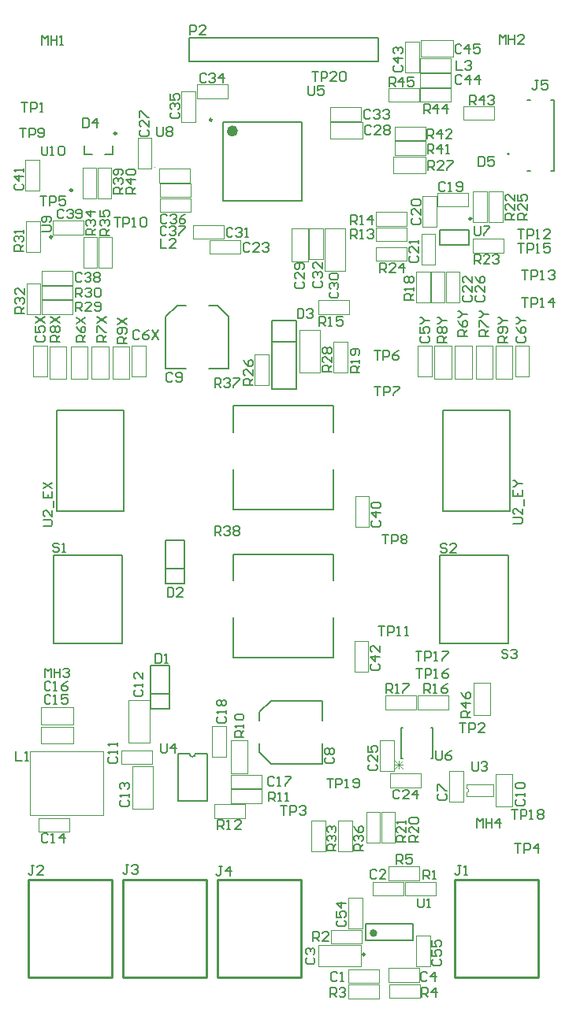
<source format=gto>
G04*
G04 #@! TF.GenerationSoftware,Altium Limited,CircuitStudio,1.5.1 (13)*
G04*
G04 Layer_Color=15065295*
%FSLAX44Y44*%
%MOMM*%
G71*
G01*
G75*
%ADD40C,0.2540*%
%ADD84C,0.2000*%
%ADD85C,0.2500*%
%ADD86C,0.6000*%
%ADD87C,0.1000*%
%ADD88C,0.4000*%
%ADD89C,0.0500*%
%ADD90C,0.1524*%
%ADD91C,0.1270*%
%ADD92C,0.0500*%
%ADD93C,0.1999*%
%ADD94C,0.1702*%
%ADD95C,0.1700*%
%ADD96C,0.1700*%
%ADD97C,0.0762*%
D40*
X480780Y396296D02*
X570780D01*
X480780Y291296D02*
Y396296D01*
X480780Y291296D02*
X570780D01*
Y396296D01*
X469180Y291296D02*
Y396296D01*
X379180Y291296D02*
X469180D01*
X379180D02*
Y396296D01*
X469180D01*
X277580D02*
X367580D01*
X277580Y291296D02*
Y396296D01*
X277580Y291296D02*
X367580D01*
Y396296D01*
X825420Y291296D02*
Y396296D01*
X735420Y291296D02*
X825420D01*
X735420D02*
Y396296D01*
X825420D01*
D84*
X794040Y1176340D02*
G03*
X794040Y1176340I-1000J0D01*
G01*
X450535Y531540D02*
G03*
X456885Y531540I3175J0D01*
G01*
X378500Y649996D02*
Y744996D01*
X304500Y649996D02*
X378500D01*
X304500D02*
Y744996D01*
X378500D01*
X719500D02*
X793500D01*
X719500Y649996D02*
Y744996D01*
Y649996D02*
X793500D01*
Y744996D01*
X367806Y1176132D02*
Y1185132D01*
X359806Y1176132D02*
X367806D01*
X337806D02*
Y1185132D01*
Y1176132D02*
X345806D01*
X308000Y792350D02*
X380000D01*
Y900650D01*
X308000D02*
X380000D01*
X308000Y792350D02*
Y900650D01*
X723000Y792350D02*
Y900650D01*
X795000D01*
Y792350D02*
Y900650D01*
X723000Y792350D02*
X795000D01*
X449900Y1301750D02*
X653100D01*
X449900Y1276350D02*
Y1301750D01*
Y1276350D02*
X653100D01*
Y1301750D01*
X719830Y1094358D02*
X750830D01*
X719830Y1078358D02*
X750830D01*
Y1094358D01*
X719830Y1078358D02*
Y1094358D01*
X486582Y1126154D02*
Y1211154D01*
X571582Y1126154D02*
Y1211154D01*
X486582D02*
X571582D01*
X486582Y1126154D02*
X571582D01*
X538802Y974852D02*
X565073Y974735D01*
X565472Y924052D02*
Y997712D01*
X538802Y924052D02*
X565472D01*
X538802D02*
Y997712D01*
X565472D01*
X690226Y330852D02*
Y348852D01*
X640226Y330852D02*
Y348852D01*
X690226D01*
X640226Y330852D02*
X690226D01*
X525562Y566986D02*
Y576361D01*
X537937Y588736D01*
X525562Y533111D02*
X537937Y520736D01*
X525562Y533111D02*
Y542486D01*
X537937Y588736D02*
X593562D01*
Y566986D02*
Y588736D01*
Y520736D02*
Y542486D01*
X537937Y520736D02*
X593562D01*
X424724Y945678D02*
Y1001303D01*
Y945678D02*
X446474D01*
X470974D02*
X492724D01*
Y1001303D01*
X437099Y1013678D02*
X446474D01*
X424724Y1001303D02*
X437099Y1013678D01*
X480349D02*
X492724Y1001303D01*
X470974Y1013678D02*
X480349D01*
X469410Y480740D02*
Y531540D01*
X456885D02*
X469410D01*
X437960D02*
X450535D01*
X437960Y480740D02*
X469410D01*
X437960D02*
Y531540D01*
D85*
X324666Y1137438D02*
G03*
X324666Y1137438I-1250J0D01*
G01*
X372056Y1198632D02*
G03*
X372056Y1198632I-1250J0D01*
G01*
X303182Y1087348D02*
G03*
X303182Y1087348I-1250J0D01*
G01*
X753580Y1106858D02*
G03*
X753580Y1106858I-1250J0D01*
G01*
X474832Y1213154D02*
G03*
X474832Y1213154I-1250J0D01*
G01*
X638926Y315852D02*
G03*
X638926Y315852I-1250J0D01*
G01*
D86*
X499582Y1201154D02*
G03*
X499582Y1201154I-3000J0D01*
G01*
D87*
X413090Y1162544D02*
G03*
X413590Y1162044I0J-500D01*
G01*
X773540Y572796D02*
Y607796D01*
X755540D02*
X773540D01*
X755540Y572796D02*
Y607796D01*
Y572796D02*
X773540D01*
X698750Y1299000D02*
X733750D01*
X698750Y1281000D02*
Y1299000D01*
Y1281000D02*
X733750D01*
Y1299000D01*
X779416Y935088D02*
Y970088D01*
Y935088D02*
X797416D01*
Y970088D01*
X779416D02*
X797416D01*
X568378Y987438D02*
X590878D01*
Y941438D02*
Y987438D01*
X568378Y941438D02*
X590878D01*
X568378D02*
Y987438D01*
X595556Y1050404D02*
X618056D01*
X595556D02*
Y1096404D01*
X618056D01*
Y1050404D02*
Y1096404D01*
X735916Y935088D02*
Y970088D01*
Y935088D02*
X753916D01*
Y970088D01*
X735916D02*
X753916D01*
X713869Y935088D02*
Y970088D01*
Y935088D02*
X731869D01*
Y970088D01*
X713869D02*
X731869D01*
X325602Y542688D02*
Y560688D01*
X290602Y542688D02*
X325602D01*
X290602D02*
Y560688D01*
X325602D01*
Y563262D02*
Y581262D01*
X290602Y563262D02*
X325602D01*
X290602D02*
Y581262D01*
X325602D01*
X322963Y969834D02*
X340963D01*
Y934834D02*
Y969834D01*
X322963Y934834D02*
X340963D01*
X322963D02*
Y969834D01*
X345417Y934834D02*
X363417D01*
X345417D02*
Y969834D01*
X363417D01*
Y934834D02*
Y969834D01*
X757963Y935088D02*
X775963D01*
X757963D02*
Y970088D01*
X775963D01*
Y935088D02*
Y970088D01*
X300509Y969834D02*
X318509D01*
Y934834D02*
Y969834D01*
X300509Y934834D02*
X318509D01*
X300509D02*
Y969834D01*
X367870D02*
X385870D01*
Y934834D02*
Y969834D01*
X367870Y934834D02*
X385870D01*
X367870D02*
Y969834D01*
X495190Y510820D02*
X513190D01*
X495190D02*
Y545820D01*
X513190D01*
Y510820D02*
Y545820D01*
X407490Y543674D02*
Y589674D01*
X384990D02*
X407490D01*
X384990Y543674D02*
Y589674D01*
Y543674D02*
X407490D01*
X411554Y472554D02*
Y518554D01*
X389054D02*
X411554D01*
X389054Y472554D02*
Y518554D01*
Y472554D02*
X411554D01*
X779416Y475006D02*
Y510006D01*
Y475006D02*
X797416D01*
Y510006D01*
X779416D02*
X797416D01*
X589140Y303456D02*
Y325956D01*
X635140D01*
Y303456D02*
Y325956D01*
X589140Y303456D02*
X635140D01*
X601752Y1192674D02*
X636752D01*
Y1210674D01*
X601752D02*
X636752D01*
X601752Y1192674D02*
Y1210674D01*
X559960Y1061238D02*
Y1096238D01*
Y1061238D02*
X577960D01*
Y1096238D01*
X559960D02*
X577960D01*
X669570Y1155336D02*
X704570D01*
Y1173336D01*
X669570D02*
X704570D01*
X669570Y1155336D02*
Y1173336D01*
D88*
X650226Y338852D02*
G03*
X650226Y338852I-2000J0D01*
G01*
D89*
X748106Y489669D02*
G03*
X748106Y494419I0J2375D01*
G01*
X671576Y1175124D02*
X704596D01*
Y1190124D01*
X671576D02*
X704596D01*
X671576Y1175124D02*
Y1190124D01*
Y1190872D02*
X704596D01*
Y1205872D01*
X671576D02*
X704596D01*
X671576Y1190872D02*
Y1205872D01*
X744982Y1227970D02*
X778002D01*
X744982Y1212970D02*
Y1227970D01*
Y1212970D02*
X778002D01*
Y1227970D01*
X698518Y1232512D02*
X731538D01*
Y1247512D01*
X698518D02*
X731538D01*
X698518Y1232512D02*
Y1247512D01*
Y1279262D02*
X731538D01*
X698518Y1264262D02*
Y1279262D01*
Y1264262D02*
X731538D01*
Y1279262D01*
X664228Y1232512D02*
X697248D01*
Y1247512D01*
X664228D02*
X697248D01*
X664228Y1232512D02*
Y1247512D01*
X697500Y1264240D02*
Y1297260D01*
X682500D02*
X697500D01*
X682500Y1264240D02*
Y1297260D01*
Y1264240D02*
X697500D01*
X581272Y459604D02*
X596272D01*
Y426584D02*
Y459604D01*
X581272Y426584D02*
X596272D01*
X581272D02*
Y459604D01*
X610482D02*
X625482D01*
Y426584D02*
Y459604D01*
X610482Y426584D02*
X625482D01*
X610482D02*
Y459604D01*
X351656Y1128522D02*
X366656D01*
X351656D02*
Y1161542D01*
X366656D01*
Y1128522D02*
Y1161542D01*
X335654Y1128522D02*
X350654D01*
X335654D02*
Y1161542D01*
X350654D01*
Y1128522D02*
Y1161542D01*
X274440Y1137158D02*
X289440D01*
X274440D02*
Y1170178D01*
X289440D01*
Y1137158D02*
Y1170178D01*
X291592Y1004182D02*
Y1019182D01*
X324612D01*
Y1004182D02*
Y1019182D01*
X291592Y1004182D02*
X324612D01*
Y1019930D02*
Y1034930D01*
X291592Y1019930D02*
X324612D01*
X291592D02*
Y1034930D01*
X324612D01*
X291592Y1035678D02*
Y1050678D01*
X324612D01*
Y1035678D02*
Y1050678D01*
X291592Y1035678D02*
X324612D01*
X274948Y1071372D02*
X289948D01*
X274948D02*
Y1104392D01*
X289948D01*
Y1071372D02*
Y1104392D01*
X275456Y1004062D02*
X290456D01*
X275456D02*
Y1037082D01*
X290456D01*
Y1004062D02*
Y1037082D01*
X352418Y1053846D02*
X367418D01*
X352418D02*
Y1086866D01*
X367418D01*
Y1053846D02*
Y1086866D01*
X336416Y1053846D02*
X351416D01*
X336416D02*
Y1086866D01*
X351416D01*
Y1053846D02*
Y1086866D01*
X336804Y1090034D02*
Y1105034D01*
X303784Y1090034D02*
X336804D01*
X303784D02*
Y1105034D01*
X336804D01*
X627754Y652780D02*
X642754D01*
Y619760D02*
Y652780D01*
X627754Y619760D02*
X642754D01*
X627754D02*
Y652780D01*
X628516Y808736D02*
X643516D01*
Y775716D02*
Y808736D01*
X628516Y775716D02*
X643516D01*
X628516D02*
Y808736D01*
X282568Y970084D02*
X297568D01*
Y937064D02*
Y970084D01*
X282568Y937064D02*
X297568D01*
X282568D02*
Y970084D01*
X800474Y970280D02*
X815474D01*
Y937260D02*
Y970280D01*
X800474Y937260D02*
X815474D01*
X800474D02*
Y970280D01*
X696080D02*
X711080D01*
Y937260D02*
Y970280D01*
X696080Y937260D02*
X711080D01*
X696080D02*
Y970280D01*
X388740Y970084D02*
X403740D01*
Y937064D02*
Y970084D01*
X388740Y937064D02*
X403740D01*
X388740D02*
Y970084D01*
X650494Y1098924D02*
Y1113924D01*
X683514D01*
Y1098924D02*
Y1113924D01*
X650494Y1098924D02*
X683514D01*
X771772Y1136650D02*
X786772D01*
Y1103630D02*
Y1136650D01*
X771772Y1103630D02*
X786772D01*
X771772D02*
Y1136650D01*
X650494Y1061332D02*
Y1076332D01*
X683514D01*
Y1061332D02*
Y1076332D01*
X650494Y1061332D02*
X683514D01*
X788416Y1070476D02*
Y1085476D01*
X755396Y1070476D02*
X788416D01*
X755396D02*
Y1085476D01*
X788416D01*
X755008Y1136650D02*
X770008D01*
Y1103630D02*
Y1136650D01*
X755008Y1103630D02*
X770008D01*
X755008D02*
Y1136650D01*
X695452Y578986D02*
Y593986D01*
X728472D01*
Y578986D02*
Y593986D01*
X695452Y578986D02*
X728472D01*
X694182Y578986D02*
Y593986D01*
X661162Y578986D02*
X694182D01*
X661162D02*
Y593986D01*
X694182D01*
X520566Y960628D02*
X535566D01*
Y927608D02*
Y960628D01*
X520566Y927608D02*
X535566D01*
X520566D02*
Y960628D01*
X731538Y1248260D02*
Y1263260D01*
X698518Y1248260D02*
X731538D01*
X698518D02*
Y1263260D01*
X731538D01*
X442080Y1210564D02*
X457080D01*
X442080D02*
Y1243584D01*
X457080D01*
Y1210564D02*
Y1243584D01*
X451612Y1129912D02*
Y1144912D01*
X418592Y1129912D02*
X451612D01*
X418592D02*
Y1144912D01*
X451612D01*
X451358Y1145914D02*
Y1160914D01*
X418338Y1145914D02*
X451358D01*
X418338D02*
Y1160914D01*
X451358D01*
X487426Y1085208D02*
Y1100208D01*
X454406Y1085208D02*
X487426D01*
X454406D02*
Y1100208D01*
X487426D01*
X579240Y1096264D02*
X594240D01*
Y1063244D02*
Y1096264D01*
X579240Y1063244D02*
X594240D01*
X579240D02*
Y1096264D01*
X601472Y1211954D02*
Y1226954D01*
X634492D01*
Y1211954D02*
Y1226954D01*
X601472Y1211954D02*
X634492D01*
X491744Y1236338D02*
Y1251338D01*
X458724Y1236338D02*
X491744D01*
X458724D02*
Y1251338D01*
X491744D01*
X650494Y1082668D02*
Y1097668D01*
X683514D01*
Y1082668D02*
Y1097668D01*
X650494Y1082668D02*
X683514D01*
X377190Y535312D02*
X410210D01*
X377190Y520312D02*
Y535312D01*
Y520312D02*
X410210D01*
Y535312D01*
X288544Y462668D02*
X321564D01*
X288544Y447668D02*
Y462668D01*
Y447668D02*
X321564D01*
Y462668D01*
X495300Y494150D02*
X528320D01*
Y509150D01*
X495300D02*
X528320D01*
X495300Y494150D02*
Y509150D01*
X490100Y528320D02*
Y561340D01*
X475100D02*
X490100D01*
X475100Y528320D02*
Y561340D01*
Y528320D02*
X490100D01*
X495300Y478402D02*
X528320D01*
Y493402D01*
X495300D02*
X528320D01*
X495300Y478402D02*
Y493402D01*
X477266Y462400D02*
X510286D01*
Y477400D01*
X477266D02*
X510286D01*
X477266Y462400D02*
Y477400D01*
X725798Y1049782D02*
X740798D01*
Y1016762D02*
Y1049782D01*
X725798Y1016762D02*
X740798D01*
X725798D02*
Y1049782D01*
X394836Y1193800D02*
X409836D01*
Y1160780D02*
Y1193800D01*
X394836Y1160780D02*
X409836D01*
X394836D02*
Y1193800D01*
X750316Y1119752D02*
Y1134752D01*
X717296Y1119752D02*
X750316D01*
X717296D02*
Y1134752D01*
X750316D01*
X700652Y1131316D02*
X715652D01*
Y1098296D02*
Y1131316D01*
X700652Y1098296D02*
X715652D01*
X700652D02*
Y1131316D01*
X699636Y1090930D02*
X714636D01*
Y1057910D02*
Y1090930D01*
X699636Y1057910D02*
X714636D01*
X699636D02*
Y1090930D01*
X709796Y1016762D02*
X724796D01*
X709796D02*
Y1049782D01*
X724796D01*
Y1016762D02*
Y1049782D01*
X472440Y1068952D02*
Y1083952D01*
X505460D01*
Y1068952D02*
Y1083952D01*
X472440Y1068952D02*
X505460D01*
X729862Y513080D02*
X744862D01*
Y480060D02*
Y513080D01*
X729862Y480060D02*
X744862D01*
X729862D02*
Y513080D01*
X680720Y379088D02*
Y394088D01*
X647700Y379088D02*
X680720D01*
X647700D02*
Y394088D01*
X680720D01*
X602488Y327272D02*
Y342272D01*
X635508D01*
Y327272D02*
Y342272D01*
X602488Y327272D02*
X635508D01*
X682498Y379088D02*
Y394088D01*
X715518D01*
Y379088D02*
Y394088D01*
X682498Y379088D02*
X715518D01*
X654050Y285108D02*
Y300108D01*
X621030Y285108D02*
X654050D01*
X621030D02*
Y300108D01*
X654050D01*
X664972Y268852D02*
Y283852D01*
X697992D01*
Y268852D02*
Y283852D01*
X664972Y268852D02*
X697992D01*
X664718Y286124D02*
Y301124D01*
X697738D01*
Y286124D02*
Y301124D01*
X664718Y286124D02*
X697738D01*
X664718Y395344D02*
Y410344D01*
X697738D01*
Y395344D02*
Y410344D01*
X664718Y395344D02*
X697738D01*
X621030Y268598D02*
Y283598D01*
X654050D01*
Y268598D02*
Y283598D01*
X621030Y268598D02*
X654050D01*
X640454Y468884D02*
X655454D01*
Y435864D02*
Y468884D01*
X640454Y435864D02*
X655454D01*
X640454D02*
Y468884D01*
X656456D02*
X671456D01*
Y435864D02*
Y468884D01*
X656456Y435864D02*
X671456D01*
X656456D02*
Y468884D01*
X589026Y1004182D02*
Y1019182D01*
X622046D01*
Y1004182D02*
Y1019182D01*
X589026Y1004182D02*
X622046D01*
X694048Y1016762D02*
X709048D01*
X694048D02*
Y1049782D01*
X709048D01*
Y1016762D02*
Y1049782D01*
X605402Y941188D02*
X620402D01*
X605402D02*
Y974208D01*
X620402D01*
Y941188D02*
Y974208D01*
X621404Y344170D02*
Y377190D01*
Y344170D02*
X636404D01*
Y377190D01*
X621404D02*
X636404D01*
X709302Y302768D02*
Y335788D01*
X694302D02*
X709302D01*
X694302Y302768D02*
Y335788D01*
Y302768D02*
X709302D01*
X418846Y1128910D02*
X451866D01*
X418846Y1113910D02*
Y1128910D01*
Y1113910D02*
X451866D01*
Y1128910D01*
X654932Y513080D02*
X669932D01*
X654932D02*
Y546100D01*
X669932D01*
Y513080D02*
Y546100D01*
X699516Y495420D02*
Y510420D01*
X666496Y495420D02*
X699516D01*
X666496D02*
Y510420D01*
X699516D01*
X748106Y485794D02*
X776606D01*
Y498294D01*
X748106D02*
X776606D01*
X748106Y494419D02*
Y498294D01*
Y485794D02*
Y489669D01*
D90*
X678180Y526288D02*
X679707D01*
X678180D02*
Y559816D01*
X710180D02*
X711708D01*
Y526288D02*
Y559816D01*
X710180Y526288D02*
X711708D01*
X678180Y559816D02*
X679707D01*
D91*
X429100Y579744D02*
Y626244D01*
X409100Y579744D02*
X429100D01*
X409100D02*
Y626244D01*
X429100D01*
X409100Y595744D02*
X429100D01*
X425102Y730618D02*
X445102D01*
X425102Y761118D02*
X445102D01*
X425102Y714618D02*
Y761118D01*
Y714618D02*
X445102D01*
Y761118D01*
X842540Y1158340D02*
Y1234340D01*
X813040Y1158340D02*
X817040D01*
X813040Y1234340D02*
X817040D01*
X839040Y1158340D02*
X842040D01*
X839040Y1234340D02*
X842040D01*
D92*
X279517Y533872D02*
X357515D01*
Y465871D02*
Y533872D01*
X279517Y465871D02*
Y533872D01*
Y465871D02*
X357515D01*
D93*
X605001Y877483D02*
Y905984D01*
X498001Y877483D02*
Y905984D01*
Y794483D02*
Y837483D01*
X605003Y794483D02*
Y837483D01*
X498002Y905983D02*
X605003D01*
X498002Y794483D02*
X605003D01*
X498002Y634799D02*
X605003D01*
X498002Y746299D02*
X605003D01*
Y634799D02*
Y677799D01*
X498001Y634799D02*
Y677799D01*
Y717799D02*
Y746299D01*
X605001Y717799D02*
Y746299D01*
D94*
X268224Y1204211D02*
X274826D01*
X271525D01*
Y1194308D01*
X278127D02*
Y1204211D01*
X283078D01*
X284729Y1202560D01*
Y1199259D01*
X283078Y1197609D01*
X278127D01*
X288029Y1195958D02*
X289680Y1194308D01*
X292981D01*
X294631Y1195958D01*
Y1202560D01*
X292981Y1204211D01*
X289680D01*
X288029Y1202560D01*
Y1200910D01*
X289680Y1199259D01*
X294631D01*
X270002Y1231643D02*
X276604D01*
X273303D01*
Y1221740D01*
X279905D02*
Y1231643D01*
X284856D01*
X286507Y1229992D01*
Y1226691D01*
X284856Y1225041D01*
X279905D01*
X289807Y1221740D02*
X293108D01*
X291458D01*
Y1231643D01*
X289807Y1229992D01*
X649478Y926589D02*
X656080D01*
X652779D01*
Y916686D01*
X659381D02*
Y926589D01*
X664332D01*
X665983Y924938D01*
Y921637D01*
X664332Y919987D01*
X659381D01*
X669284Y926589D02*
X675885D01*
Y924938D01*
X669284Y918336D01*
Y916686D01*
X598170Y504949D02*
X604772D01*
X601471D01*
Y495046D01*
X608073D02*
Y504949D01*
X613024D01*
X614674Y503298D01*
Y499997D01*
X613024Y498347D01*
X608073D01*
X617976Y495046D02*
X621276D01*
X619626D01*
Y504949D01*
X617976Y503298D01*
X626228Y496696D02*
X627878Y495046D01*
X631179D01*
X632830Y496696D01*
Y503298D01*
X631179Y504949D01*
X627878D01*
X626228Y503298D01*
Y501648D01*
X627878Y499997D01*
X632830D01*
X693674Y641855D02*
X700276D01*
X696975D01*
Y631952D01*
X703577D02*
Y641855D01*
X708528D01*
X710179Y640204D01*
Y636903D01*
X708528Y635253D01*
X703577D01*
X713480Y631952D02*
X716780D01*
X715130D01*
Y641855D01*
X713480Y640204D01*
X721732Y641855D02*
X728334D01*
Y640204D01*
X721732Y633602D01*
Y631952D01*
X648970Y964943D02*
X655572D01*
X652271D01*
Y955040D01*
X658873D02*
Y964943D01*
X663824D01*
X665474Y963292D01*
Y959991D01*
X663824Y958341D01*
X658873D01*
X675377Y964943D02*
X672076Y963292D01*
X668775Y959991D01*
Y956690D01*
X670426Y955040D01*
X673727D01*
X675377Y956690D01*
Y958341D01*
X673727Y959991D01*
X668775D01*
X693928Y623313D02*
X700530D01*
X697229D01*
Y613410D01*
X703831D02*
Y623313D01*
X708782D01*
X710433Y621662D01*
Y618361D01*
X708782Y616711D01*
X703831D01*
X713734Y613410D02*
X717034D01*
X715384D01*
Y623313D01*
X713734Y621662D01*
X728588Y623313D02*
X725287Y621662D01*
X721986Y618361D01*
Y615060D01*
X723636Y613410D01*
X726937D01*
X728588Y615060D01*
Y616711D01*
X726937Y618361D01*
X721986D01*
X759206Y452120D02*
Y462023D01*
X762507Y458722D01*
X765808Y462023D01*
Y452120D01*
X769109Y462023D02*
Y452120D01*
Y457071D01*
X775711D01*
Y462023D01*
Y452120D01*
X783963D02*
Y462023D01*
X779012Y457071D01*
X785613D01*
X295148Y613664D02*
Y623567D01*
X298449Y620266D01*
X301750Y623567D01*
Y613664D01*
X305051Y623567D02*
Y613664D01*
Y618615D01*
X311653D01*
Y623567D01*
Y613664D01*
X314953Y621916D02*
X316604Y623567D01*
X319905D01*
X321555Y621916D01*
Y620266D01*
X319905Y618615D01*
X318254D01*
X319905D01*
X321555Y616965D01*
Y615314D01*
X319905Y613664D01*
X316604D01*
X314953Y615314D01*
X783590Y1294892D02*
Y1304795D01*
X786891Y1301494D01*
X790192Y1304795D01*
Y1294892D01*
X793493Y1304795D02*
Y1294892D01*
Y1299843D01*
X800095D01*
Y1304795D01*
Y1294892D01*
X809997D02*
X803395D01*
X809997Y1301494D01*
Y1303144D01*
X808347Y1304795D01*
X805046D01*
X803395Y1303144D01*
X291846Y1293854D02*
Y1303757D01*
X295147Y1300456D01*
X298448Y1303757D01*
Y1293854D01*
X301749Y1303757D02*
Y1293854D01*
Y1298805D01*
X308351D01*
Y1303757D01*
Y1293854D01*
X311651D02*
X314952D01*
X313302D01*
Y1303757D01*
X311651Y1302106D01*
X752094Y570992D02*
X742191D01*
Y575943D01*
X743841Y577594D01*
X747142D01*
X748793Y575943D01*
Y570992D01*
Y574293D02*
X752094Y577594D01*
Y585846D02*
X742191D01*
X747142Y580895D01*
Y587496D01*
X742191Y597399D02*
X743841Y594098D01*
X747142Y590798D01*
X750443D01*
X752094Y592448D01*
Y595749D01*
X750443Y597399D01*
X748793D01*
X747142Y595749D01*
Y590798D01*
X665000Y1249250D02*
Y1259153D01*
X669951D01*
X671602Y1257502D01*
Y1254201D01*
X669951Y1252551D01*
X665000D01*
X668301D02*
X671602Y1249250D01*
X679854D02*
Y1259153D01*
X674903Y1254201D01*
X681505D01*
X691407Y1259153D02*
X684806D01*
Y1254201D01*
X688106Y1255852D01*
X689757D01*
X691407Y1254201D01*
Y1250900D01*
X689757Y1249250D01*
X686456D01*
X684806Y1250900D01*
X702250Y1220250D02*
Y1230153D01*
X707201D01*
X708852Y1228502D01*
Y1225201D01*
X707201Y1223551D01*
X702250D01*
X705551D02*
X708852Y1220250D01*
X717104D02*
Y1230153D01*
X712153Y1225201D01*
X718755D01*
X727007Y1220250D02*
Y1230153D01*
X722056Y1225201D01*
X728657D01*
X751586Y1229614D02*
Y1239517D01*
X756537D01*
X758188Y1237866D01*
Y1234565D01*
X756537Y1232915D01*
X751586D01*
X754887D02*
X758188Y1229614D01*
X766440D02*
Y1239517D01*
X761489Y1234565D01*
X768091D01*
X771392Y1237866D02*
X773042Y1239517D01*
X776343D01*
X777993Y1237866D01*
Y1236216D01*
X776343Y1234565D01*
X774692D01*
X776343D01*
X777993Y1232915D01*
Y1231264D01*
X776343Y1229614D01*
X773042D01*
X771392Y1231264D01*
X706120Y1193038D02*
Y1202941D01*
X711071D01*
X712722Y1201290D01*
Y1197989D01*
X711071Y1196339D01*
X706120D01*
X709421D02*
X712722Y1193038D01*
X720974D02*
Y1202941D01*
X716023Y1197989D01*
X722625D01*
X732527Y1193038D02*
X725926D01*
X732527Y1199640D01*
Y1201290D01*
X730877Y1202941D01*
X727576D01*
X725926Y1201290D01*
X706374Y1176782D02*
Y1186685D01*
X711325D01*
X712976Y1185034D01*
Y1181733D01*
X711325Y1180083D01*
X706374D01*
X709675D02*
X712976Y1176782D01*
X721228D02*
Y1186685D01*
X716277Y1181733D01*
X722878D01*
X726180Y1176782D02*
X729480D01*
X727830D01*
Y1186685D01*
X726180Y1185034D01*
X737000Y1276403D02*
Y1266500D01*
X743602D01*
X746903Y1274752D02*
X748553Y1276403D01*
X751854D01*
X753504Y1274752D01*
Y1273102D01*
X751854Y1271451D01*
X750204D01*
X751854D01*
X753504Y1269801D01*
Y1268150D01*
X751854Y1266500D01*
X748553D01*
X746903Y1268150D01*
X825498Y1255519D02*
X822197D01*
X823847D01*
Y1247266D01*
X822197Y1245616D01*
X820546D01*
X818896Y1247266D01*
X835400Y1255519D02*
X828799D01*
Y1250567D01*
X832100Y1252218D01*
X833750D01*
X835400Y1250567D01*
Y1247266D01*
X833750Y1245616D01*
X830449D01*
X828799Y1247266D01*
X761238Y1173477D02*
Y1163574D01*
X766189D01*
X767840Y1165224D01*
Y1171826D01*
X766189Y1173477D01*
X761238D01*
X777742D02*
X771141D01*
Y1168525D01*
X774442Y1170176D01*
X776092D01*
X777742Y1168525D01*
Y1165224D01*
X776092Y1163574D01*
X772791D01*
X771141Y1165224D01*
X670997Y1271352D02*
X669347Y1269701D01*
Y1266400D01*
X670997Y1264750D01*
X677599D01*
X679250Y1266400D01*
Y1269701D01*
X677599Y1271352D01*
X679250Y1279604D02*
X669347D01*
X674298Y1274653D01*
Y1281254D01*
X670997Y1284556D02*
X669347Y1286206D01*
Y1289507D01*
X670997Y1291157D01*
X672648D01*
X674298Y1289507D01*
Y1287856D01*
Y1289507D01*
X675949Y1291157D01*
X677599D01*
X679250Y1289507D01*
Y1286206D01*
X677599Y1284556D01*
X291592Y1184907D02*
Y1176654D01*
X293242Y1175004D01*
X296543D01*
X298194Y1176654D01*
Y1184907D01*
X301495Y1175004D02*
X304796D01*
X303145D01*
Y1184907D01*
X301495Y1183256D01*
X309747D02*
X311397Y1184907D01*
X314698D01*
X316349Y1183256D01*
Y1176654D01*
X314698Y1175004D01*
X311397D01*
X309747Y1176654D01*
Y1183256D01*
X291849Y1092962D02*
X300101D01*
X301752Y1094612D01*
Y1097913D01*
X300101Y1099564D01*
X291849D01*
X300101Y1102865D02*
X301752Y1104515D01*
Y1107816D01*
X300101Y1109466D01*
X293500D01*
X291849Y1107816D01*
Y1104515D01*
X293500Y1102865D01*
X295150D01*
X296800Y1104515D01*
Y1109466D01*
X369570Y1107945D02*
X376172D01*
X372871D01*
Y1098042D01*
X379473D02*
Y1107945D01*
X384424D01*
X386074Y1106294D01*
Y1102993D01*
X384424Y1101343D01*
X379473D01*
X389375Y1098042D02*
X392676D01*
X391026D01*
Y1107945D01*
X389375Y1106294D01*
X397628D02*
X399278Y1107945D01*
X402579D01*
X404230Y1106294D01*
Y1099692D01*
X402579Y1098042D01*
X399278D01*
X397628Y1099692D01*
Y1106294D01*
X653796Y668525D02*
X660398D01*
X657097D01*
Y658622D01*
X663699D02*
Y668525D01*
X668650D01*
X670301Y666874D01*
Y663573D01*
X668650Y661923D01*
X663699D01*
X673602Y658622D02*
X676902D01*
X675252D01*
Y668525D01*
X673602Y666874D01*
X681854Y658622D02*
X685155D01*
X683504D01*
Y668525D01*
X681854Y666874D01*
X657860Y767331D02*
X664462D01*
X661161D01*
Y757428D01*
X667763D02*
Y767331D01*
X672714D01*
X674364Y765680D01*
Y762379D01*
X672714Y760729D01*
X667763D01*
X677665Y765680D02*
X679316Y767331D01*
X682617D01*
X684267Y765680D01*
Y764030D01*
X682617Y762379D01*
X684267Y760729D01*
Y759078D01*
X682617Y757428D01*
X679316D01*
X677665Y759078D01*
Y760729D01*
X679316Y762379D01*
X677665Y764030D01*
Y765680D01*
X679316Y762379D02*
X682617D01*
X290576Y1131313D02*
X297178D01*
X293877D01*
Y1121410D01*
X300479D02*
Y1131313D01*
X305430D01*
X307080Y1129662D01*
Y1126361D01*
X305430Y1124711D01*
X300479D01*
X316983Y1131313D02*
X310382D01*
Y1126361D01*
X313682Y1128012D01*
X315333D01*
X316983Y1126361D01*
Y1123060D01*
X315333Y1121410D01*
X312032D01*
X310382Y1123060D01*
X726886Y756282D02*
X725235Y757933D01*
X721934D01*
X720284Y756282D01*
Y754632D01*
X721934Y752981D01*
X725235D01*
X726886Y751331D01*
Y749680D01*
X725235Y748030D01*
X721934D01*
X720284Y749680D01*
X736789Y748030D02*
X730187D01*
X736789Y754632D01*
Y756282D01*
X735138Y757933D01*
X731837D01*
X730187Y756282D01*
X310640Y756536D02*
X308989Y758187D01*
X305688D01*
X304038Y756536D01*
Y754886D01*
X305688Y753235D01*
X308989D01*
X310640Y751585D01*
Y749934D01*
X308989Y748284D01*
X305688D01*
X304038Y749934D01*
X313941Y748284D02*
X317242D01*
X315591D01*
Y758187D01*
X313941Y756536D01*
X392430Y1133856D02*
X382527D01*
Y1138807D01*
X384178Y1140458D01*
X387478D01*
X389129Y1138807D01*
Y1133856D01*
Y1137157D02*
X392430Y1140458D01*
Y1148710D02*
X382527D01*
X387478Y1143759D01*
Y1150360D01*
X384178Y1153661D02*
X382527Y1155312D01*
Y1158613D01*
X384178Y1160263D01*
X390779D01*
X392430Y1158613D01*
Y1155312D01*
X390779Y1153661D01*
X384178D01*
X379222Y1133856D02*
X369319D01*
Y1138807D01*
X370970Y1140458D01*
X374271D01*
X375921Y1138807D01*
Y1133856D01*
Y1137157D02*
X379222Y1140458D01*
X370970Y1143759D02*
X369319Y1145409D01*
Y1148710D01*
X370970Y1150360D01*
X372620D01*
X374271Y1148710D01*
Y1147060D01*
Y1148710D01*
X375921Y1150360D01*
X377571D01*
X379222Y1148710D01*
Y1145409D01*
X377571Y1143759D01*
Y1153661D02*
X379222Y1155312D01*
Y1158613D01*
X377571Y1160263D01*
X370970D01*
X369319Y1158613D01*
Y1155312D01*
X370970Y1153661D01*
X372620D01*
X374271Y1155312D01*
Y1160263D01*
X637032Y427482D02*
X627129D01*
Y432433D01*
X628779Y434084D01*
X632080D01*
X633731Y432433D01*
Y427482D01*
Y430783D02*
X637032Y434084D01*
X628779Y437385D02*
X627129Y439035D01*
Y442336D01*
X628779Y443987D01*
X630430D01*
X632080Y442336D01*
Y440686D01*
Y442336D01*
X633731Y443987D01*
X635381D01*
X637032Y442336D01*
Y439035D01*
X635381Y437385D01*
X627129Y453889D02*
X628779Y450588D01*
X632080Y447287D01*
X635381D01*
X637032Y448938D01*
Y452239D01*
X635381Y453889D01*
X633731D01*
X632080Y452239D01*
Y447287D01*
X364744Y1089152D02*
X354841D01*
Y1094103D01*
X356492Y1095754D01*
X359793D01*
X361443Y1094103D01*
Y1089152D01*
Y1092453D02*
X364744Y1095754D01*
X356492Y1099055D02*
X354841Y1100705D01*
Y1104006D01*
X356492Y1105657D01*
X358142D01*
X359793Y1104006D01*
Y1102356D01*
Y1104006D01*
X361443Y1105657D01*
X363093D01*
X364744Y1104006D01*
Y1100705D01*
X363093Y1099055D01*
X354841Y1115559D02*
Y1108958D01*
X359793D01*
X358142Y1112258D01*
Y1113909D01*
X359793Y1115559D01*
X363093D01*
X364744Y1113909D01*
Y1110608D01*
X363093Y1108958D01*
X349250Y1089406D02*
X339347D01*
Y1094357D01*
X340998Y1096008D01*
X344299D01*
X345949Y1094357D01*
Y1089406D01*
Y1092707D02*
X349250Y1096008D01*
X340998Y1099309D02*
X339347Y1100959D01*
Y1104260D01*
X340998Y1105910D01*
X342648D01*
X344299Y1104260D01*
Y1102610D01*
Y1104260D01*
X345949Y1105910D01*
X347599D01*
X349250Y1104260D01*
Y1100959D01*
X347599Y1099309D01*
X349250Y1114163D02*
X339347D01*
X344299Y1109212D01*
Y1115813D01*
X608076Y427482D02*
X598173D01*
Y432433D01*
X599823Y434084D01*
X603125D01*
X604775Y432433D01*
Y427482D01*
Y430783D02*
X608076Y434084D01*
X599823Y437385D02*
X598173Y439035D01*
Y442336D01*
X599823Y443987D01*
X601474D01*
X603125Y442336D01*
Y440686D01*
Y442336D01*
X604775Y443987D01*
X606425D01*
X608076Y442336D01*
Y439035D01*
X606425Y437385D01*
X599823Y447287D02*
X598173Y448938D01*
Y452239D01*
X599823Y453889D01*
X601474D01*
X603125Y452239D01*
Y450588D01*
Y452239D01*
X604775Y453889D01*
X606425D01*
X608076Y452239D01*
Y448938D01*
X606425Y447287D01*
X273304Y1005332D02*
X263401D01*
Y1010283D01*
X265051Y1011934D01*
X268353D01*
X270003Y1010283D01*
Y1005332D01*
Y1008633D02*
X273304Y1011934D01*
X265051Y1015235D02*
X263401Y1016885D01*
Y1020186D01*
X265051Y1021836D01*
X266702D01*
X268353Y1020186D01*
Y1018536D01*
Y1020186D01*
X270003Y1021836D01*
X271653D01*
X273304Y1020186D01*
Y1016885D01*
X271653Y1015235D01*
X273304Y1031739D02*
Y1025137D01*
X266702Y1031739D01*
X265051D01*
X263401Y1030089D01*
Y1026788D01*
X265051Y1025137D01*
X272542Y1071880D02*
X262639D01*
Y1076831D01*
X264289Y1078482D01*
X267591D01*
X269241Y1076831D01*
Y1071880D01*
Y1075181D02*
X272542Y1078482D01*
X264289Y1081783D02*
X262639Y1083433D01*
Y1086734D01*
X264289Y1088384D01*
X265940D01*
X267591Y1086734D01*
Y1085084D01*
Y1086734D01*
X269241Y1088384D01*
X270891D01*
X272542Y1086734D01*
Y1083433D01*
X270891Y1081783D01*
X272542Y1091685D02*
Y1094986D01*
Y1093336D01*
X262639D01*
X264289Y1091685D01*
X328676Y1022604D02*
Y1032507D01*
X333627D01*
X335278Y1030856D01*
Y1027555D01*
X333627Y1025905D01*
X328676D01*
X331977D02*
X335278Y1022604D01*
X338578Y1030856D02*
X340229Y1032507D01*
X343530D01*
X345180Y1030856D01*
Y1029206D01*
X343530Y1027555D01*
X341880D01*
X343530D01*
X345180Y1025905D01*
Y1024255D01*
X343530Y1022604D01*
X340229D01*
X338578Y1024255D01*
X348481Y1030856D02*
X350132Y1032507D01*
X353433D01*
X355083Y1030856D01*
Y1024255D01*
X353433Y1022604D01*
X350132D01*
X348481Y1024255D01*
Y1030856D01*
X328676Y1007364D02*
Y1017267D01*
X333627D01*
X335278Y1015616D01*
Y1012315D01*
X333627Y1010665D01*
X328676D01*
X331977D02*
X335278Y1007364D01*
X345181D02*
X338579D01*
X345181Y1013966D01*
Y1015616D01*
X343530Y1017267D01*
X340229D01*
X338579Y1015616D01*
X348481Y1009014D02*
X350132Y1007364D01*
X353433D01*
X355083Y1009014D01*
Y1015616D01*
X353433Y1017267D01*
X350132D01*
X348481Y1015616D01*
Y1013966D01*
X350132Y1012315D01*
X355083D01*
X336296Y1214879D02*
Y1204976D01*
X341247D01*
X342898Y1206626D01*
Y1213228D01*
X341247Y1214879D01*
X336296D01*
X351150Y1204976D02*
Y1214879D01*
X346199Y1209927D01*
X352800D01*
X646814Y627886D02*
X645163Y626235D01*
Y622934D01*
X646814Y621284D01*
X653415D01*
X655066Y622934D01*
Y626235D01*
X653415Y627886D01*
X655066Y636138D02*
X645163D01*
X650115Y631187D01*
Y637789D01*
X655066Y647691D02*
Y641089D01*
X648464Y647691D01*
X646814D01*
X645163Y646041D01*
Y642740D01*
X646814Y641089D01*
X264035Y1144268D02*
X262385Y1142617D01*
Y1139316D01*
X264035Y1137666D01*
X270637D01*
X272288Y1139316D01*
Y1142617D01*
X270637Y1144268D01*
X272288Y1152520D02*
X262385D01*
X267337Y1147569D01*
Y1154171D01*
X272288Y1157471D02*
Y1160772D01*
Y1159122D01*
X262385D01*
X264035Y1157471D01*
X647321Y782318D02*
X645671Y780667D01*
Y777366D01*
X647321Y775716D01*
X653923D01*
X655574Y777366D01*
Y780667D01*
X653923Y782318D01*
X655574Y790570D02*
X645671D01*
X650622Y785619D01*
Y792221D01*
X647321Y795521D02*
X645671Y797172D01*
Y800473D01*
X647321Y802123D01*
X653923D01*
X655574Y800473D01*
Y797172D01*
X653923Y795521D01*
X647321D01*
X315466Y1115438D02*
X313815Y1117089D01*
X310514D01*
X308864Y1115438D01*
Y1108836D01*
X310514Y1107186D01*
X313815D01*
X315466Y1108836D01*
X318767Y1115438D02*
X320417Y1117089D01*
X323718D01*
X325368Y1115438D01*
Y1113788D01*
X323718Y1112137D01*
X322068D01*
X323718D01*
X325368Y1110487D01*
Y1108836D01*
X323718Y1107186D01*
X320417D01*
X318767Y1108836D01*
X328670D02*
X330320Y1107186D01*
X333621D01*
X335271Y1108836D01*
Y1115438D01*
X333621Y1117089D01*
X330320D01*
X328670Y1115438D01*
Y1113788D01*
X330320Y1112137D01*
X335271D01*
X334770Y1047366D02*
X333119Y1049017D01*
X329818D01*
X328168Y1047366D01*
Y1040764D01*
X329818Y1039114D01*
X333119D01*
X334770Y1040764D01*
X338071Y1047366D02*
X339721Y1049017D01*
X343022D01*
X344673Y1047366D01*
Y1045716D01*
X343022Y1044065D01*
X341372D01*
X343022D01*
X344673Y1042415D01*
Y1040764D01*
X343022Y1039114D01*
X339721D01*
X338071Y1040764D01*
X347974Y1047366D02*
X349624Y1049017D01*
X352925D01*
X354575Y1047366D01*
Y1045716D01*
X352925Y1044065D01*
X354575Y1042415D01*
Y1040764D01*
X352925Y1039114D01*
X349624D01*
X347974Y1040764D01*
Y1042415D01*
X349624Y1044065D01*
X347974Y1045716D01*
Y1047366D01*
X349624Y1044065D02*
X352925D01*
X742664Y1292918D02*
X741013Y1294569D01*
X737712D01*
X736062Y1292918D01*
Y1286316D01*
X737712Y1284666D01*
X741013D01*
X742664Y1286316D01*
X750916Y1284666D02*
Y1294569D01*
X745965Y1289617D01*
X752567D01*
X762469Y1294569D02*
X755867D01*
Y1289617D01*
X759168Y1291268D01*
X760819D01*
X762469Y1289617D01*
Y1286316D01*
X760819Y1284666D01*
X757518D01*
X755867Y1286316D01*
X743352Y1259502D02*
X741701Y1261153D01*
X738400D01*
X736750Y1259502D01*
Y1252900D01*
X738400Y1251250D01*
X741701D01*
X743352Y1252900D01*
X751604Y1251250D02*
Y1261153D01*
X746653Y1256201D01*
X753255D01*
X761507Y1251250D02*
Y1261153D01*
X756555Y1256201D01*
X763157D01*
X582168Y1264663D02*
X588770D01*
X585469D01*
Y1254760D01*
X592071D02*
Y1264663D01*
X597022D01*
X598672Y1263012D01*
Y1259711D01*
X597022Y1258061D01*
X592071D01*
X608575Y1254760D02*
X601973D01*
X608575Y1261362D01*
Y1263012D01*
X606925Y1264663D01*
X603624D01*
X601973Y1263012D01*
X611876D02*
X613527Y1264663D01*
X616828D01*
X618478Y1263012D01*
Y1256410D01*
X616828Y1254760D01*
X613527D01*
X611876Y1256410D01*
Y1263012D01*
X792589Y642223D02*
X790938Y643874D01*
X787637D01*
X785987Y642223D01*
Y640573D01*
X787637Y638922D01*
X790938D01*
X792589Y637272D01*
Y635621D01*
X790938Y633971D01*
X787637D01*
X785987Y635621D01*
X795890Y642223D02*
X797540Y643874D01*
X800841D01*
X802492Y642223D01*
Y640573D01*
X800841Y638922D01*
X799191D01*
X800841D01*
X802492Y637272D01*
Y635621D01*
X800841Y633971D01*
X797540D01*
X795890Y635621D01*
D95*
X798485Y778764D02*
X806816D01*
X808482Y780430D01*
Y783762D01*
X806816Y785428D01*
X798485D01*
X808482Y795425D02*
Y788761D01*
X801817Y795425D01*
X800151D01*
X798485Y793759D01*
Y790427D01*
X800151Y788761D01*
X810148Y798757D02*
Y805422D01*
X798485Y815419D02*
Y808754D01*
X808482D01*
Y815419D01*
X803484Y808754D02*
Y812086D01*
X798485Y818751D02*
X800151D01*
X803484Y822083D01*
X800151Y825415D01*
X798485D01*
X803484Y822083D02*
X808482D01*
X293279Y776732D02*
X301610D01*
X303276Y778398D01*
Y781730D01*
X301610Y783396D01*
X293279D01*
X303276Y793393D02*
Y786729D01*
X296611Y793393D01*
X294945D01*
X293279Y791727D01*
Y788395D01*
X294945Y786729D01*
X304942Y796725D02*
Y803390D01*
X293279Y813387D02*
Y806722D01*
X303276D01*
Y813387D01*
X298277Y806722D02*
Y810054D01*
X293279Y816719D02*
X303276Y823383D01*
X293279D02*
X303276Y816719D01*
X477774Y766064D02*
Y776061D01*
X482772D01*
X484439Y774395D01*
Y771062D01*
X482772Y769396D01*
X477774D01*
X481106D02*
X484439Y766064D01*
X487771Y774395D02*
X489437Y776061D01*
X492769D01*
X494435Y774395D01*
Y772729D01*
X492769Y771062D01*
X491103D01*
X492769D01*
X494435Y769396D01*
Y767730D01*
X492769Y766064D01*
X489437D01*
X487771Y767730D01*
X497767Y774395D02*
X499434Y776061D01*
X502766D01*
X504432Y774395D01*
Y772729D01*
X502766Y771062D01*
X504432Y769396D01*
Y767730D01*
X502766Y766064D01*
X499434D01*
X497767Y767730D01*
Y769396D01*
X499434Y771062D01*
X497767Y772729D01*
Y774395D01*
X499434Y771062D02*
X502766D01*
X477774Y925830D02*
Y935827D01*
X482772D01*
X484439Y934161D01*
Y930828D01*
X482772Y929162D01*
X477774D01*
X481106D02*
X484439Y925830D01*
X487771Y934161D02*
X489437Y935827D01*
X492769D01*
X494435Y934161D01*
Y932495D01*
X492769Y930828D01*
X491103D01*
X492769D01*
X494435Y929162D01*
Y927496D01*
X492769Y925830D01*
X489437D01*
X487771Y927496D01*
X497767Y935827D02*
X504432D01*
Y934161D01*
X497767Y927496D01*
Y925830D01*
X753872Y523331D02*
Y515000D01*
X755538Y513334D01*
X758870D01*
X760536Y515000D01*
Y523331D01*
X763869Y521665D02*
X765535Y523331D01*
X768867D01*
X770533Y521665D01*
Y519998D01*
X768867Y518332D01*
X767201D01*
X768867D01*
X770533Y516666D01*
Y515000D01*
X768867Y513334D01*
X765535D01*
X763869Y515000D01*
X803453Y980500D02*
X801787Y978834D01*
Y975502D01*
X803453Y973836D01*
X810118D01*
X811784Y975502D01*
Y978834D01*
X810118Y980500D01*
X801787Y990497D02*
X803453Y987165D01*
X806786Y983833D01*
X810118D01*
X811784Y985499D01*
Y988831D01*
X810118Y990497D01*
X808452D01*
X806786Y988831D01*
Y983833D01*
X801787Y993829D02*
X803453D01*
X806786Y997162D01*
X803453Y1000494D01*
X801787D01*
X806786Y997162D02*
X811784D01*
X396808Y985527D02*
X395142Y987193D01*
X391810D01*
X390144Y985527D01*
Y978862D01*
X391810Y977196D01*
X395142D01*
X396808Y978862D01*
X406805Y987193D02*
X403473Y985527D01*
X400141Y982194D01*
Y978862D01*
X401807Y977196D01*
X405139D01*
X406805Y978862D01*
Y980528D01*
X405139Y982194D01*
X400141D01*
X410137Y987193D02*
X416802Y977196D01*
Y987193D02*
X410137Y977196D01*
X699821Y980500D02*
X698155Y978834D01*
Y975502D01*
X699821Y973836D01*
X706486D01*
X708152Y975502D01*
Y978834D01*
X706486Y980500D01*
X698155Y990497D02*
Y983833D01*
X703154D01*
X701487Y987165D01*
Y988831D01*
X703154Y990497D01*
X706486D01*
X708152Y988831D01*
Y985499D01*
X706486Y983833D01*
X698155Y993829D02*
X699821D01*
X703154Y997162D01*
X699821Y1000494D01*
X698155D01*
X703154Y997162D02*
X708152D01*
X286817Y981263D02*
X285151Y979596D01*
Y976264D01*
X286817Y974598D01*
X293482D01*
X295148Y976264D01*
Y979596D01*
X293482Y981263D01*
X285151Y991259D02*
Y984595D01*
X290149D01*
X288483Y987927D01*
Y989593D01*
X290149Y991259D01*
X293482D01*
X295148Y989593D01*
Y986261D01*
X293482Y984595D01*
X285151Y994592D02*
X295148Y1001256D01*
X285151D02*
X295148Y994592D01*
X792480Y973836D02*
X782483D01*
Y978834D01*
X784149Y980500D01*
X787482D01*
X789148Y978834D01*
Y973836D01*
Y977168D02*
X792480Y980500D01*
X790814Y983833D02*
X792480Y985499D01*
Y988831D01*
X790814Y990497D01*
X784149D01*
X782483Y988831D01*
Y985499D01*
X784149Y983833D01*
X785815D01*
X787482Y985499D01*
Y990497D01*
X782483Y993829D02*
X784149D01*
X787482Y997162D01*
X784149Y1000494D01*
X782483D01*
X787482Y997162D02*
X792480D01*
X415798Y1205575D02*
Y1197244D01*
X417464Y1195578D01*
X420796D01*
X422462Y1197244D01*
Y1205575D01*
X425795Y1203908D02*
X427461Y1205575D01*
X430793D01*
X432459Y1203908D01*
Y1202242D01*
X430793Y1200576D01*
X432459Y1198910D01*
Y1197244D01*
X430793Y1195578D01*
X427461D01*
X425795Y1197244D01*
Y1198910D01*
X427461Y1200576D01*
X425795Y1202242D01*
Y1203908D01*
X427461Y1200576D02*
X430793D01*
X578358Y1249771D02*
Y1241440D01*
X580024Y1239774D01*
X583356D01*
X585022Y1241440D01*
Y1249771D01*
X595019D02*
X588355D01*
Y1244772D01*
X591687Y1246438D01*
X593353D01*
X595019Y1244772D01*
Y1241440D01*
X593353Y1239774D01*
X590021D01*
X588355Y1241440D01*
X695706Y376265D02*
Y367934D01*
X697372Y366268D01*
X700704D01*
X702370Y367934D01*
Y376265D01*
X705703Y366268D02*
X709035D01*
X707369D01*
Y376265D01*
X705703Y374599D01*
X803148Y1080099D02*
X809812D01*
X806480D01*
Y1070102D01*
X813145D02*
Y1080099D01*
X818143D01*
X819809Y1078432D01*
Y1075100D01*
X818143Y1073434D01*
X813145D01*
X823141Y1070102D02*
X826474D01*
X824808D01*
Y1080099D01*
X823141Y1078432D01*
X838137Y1080099D02*
X831472D01*
Y1075100D01*
X834804Y1076766D01*
X836470D01*
X838137Y1075100D01*
Y1071768D01*
X836470Y1070102D01*
X833138D01*
X831472Y1071768D01*
X807720Y1022187D02*
X814384D01*
X811052D01*
Y1012190D01*
X817717D02*
Y1022187D01*
X822715D01*
X824381Y1020520D01*
Y1017188D01*
X822715Y1015522D01*
X817717D01*
X827713Y1012190D02*
X831046D01*
X829380D01*
Y1022187D01*
X827713Y1020520D01*
X841042Y1012190D02*
Y1022187D01*
X836044Y1017188D01*
X842709D01*
X807720Y1051143D02*
X814384D01*
X811052D01*
Y1041146D01*
X817717D02*
Y1051143D01*
X822715D01*
X824381Y1049476D01*
Y1046144D01*
X822715Y1044478D01*
X817717D01*
X827713Y1041146D02*
X831046D01*
X829380D01*
Y1051143D01*
X827713Y1049476D01*
X836044D02*
X837710Y1051143D01*
X841042D01*
X842709Y1049476D01*
Y1047810D01*
X841042Y1046144D01*
X839376D01*
X841042D01*
X842709Y1044478D01*
Y1042812D01*
X841042Y1041146D01*
X837710D01*
X836044Y1042812D01*
X803148Y1095593D02*
X809812D01*
X806480D01*
Y1085596D01*
X813145D02*
Y1095593D01*
X818143D01*
X819809Y1093926D01*
Y1090594D01*
X818143Y1088928D01*
X813145D01*
X823141Y1085596D02*
X826474D01*
X824808D01*
Y1095593D01*
X823141Y1093926D01*
X838137Y1085596D02*
X831472D01*
X838137Y1092260D01*
Y1093926D01*
X836470Y1095593D01*
X833138D01*
X831472Y1093926D01*
X796290Y471769D02*
X802954D01*
X799622D01*
Y461772D01*
X806287D02*
Y471769D01*
X811285D01*
X812951Y470103D01*
Y466770D01*
X811285Y465104D01*
X806287D01*
X816283Y461772D02*
X819616D01*
X817950D01*
Y471769D01*
X816283Y470103D01*
X824614D02*
X826280Y471769D01*
X829612D01*
X831279Y470103D01*
Y468436D01*
X829612Y466770D01*
X831279Y465104D01*
Y463438D01*
X829612Y461772D01*
X826280D01*
X824614Y463438D01*
Y465104D01*
X826280Y466770D01*
X824614Y468436D01*
Y470103D01*
X826280Y466770D02*
X829612D01*
X740664Y564987D02*
X747328D01*
X743996D01*
Y554990D01*
X750661D02*
Y564987D01*
X755659D01*
X757325Y563321D01*
Y559988D01*
X755659Y558322D01*
X750661D01*
X767322Y554990D02*
X760657D01*
X767322Y561654D01*
Y563321D01*
X765656Y564987D01*
X762324D01*
X760657Y563321D01*
X799846Y435447D02*
X806510D01*
X803178D01*
Y425450D01*
X809843D02*
Y435447D01*
X814841D01*
X816507Y433781D01*
Y430448D01*
X814841Y428782D01*
X809843D01*
X824838Y425450D02*
Y435447D01*
X819839Y430448D01*
X826504D01*
X603250Y942086D02*
X593253D01*
Y947084D01*
X594919Y948750D01*
X598251D01*
X599918Y947084D01*
Y942086D01*
Y945418D02*
X603250Y948750D01*
Y958747D02*
Y952083D01*
X596585Y958747D01*
X594919D01*
X593253Y957081D01*
Y953749D01*
X594919Y952083D01*
Y962079D02*
X593253Y963745D01*
Y967078D01*
X594919Y968744D01*
X596585D01*
X598251Y967078D01*
X599918Y968744D01*
X601584D01*
X603250Y967078D01*
Y963745D01*
X601584Y962079D01*
X599918D01*
X598251Y963745D01*
X596585Y962079D01*
X594919D01*
X598251Y963745D02*
Y967078D01*
X707136Y1159002D02*
Y1168999D01*
X712134D01*
X713800Y1167333D01*
Y1164000D01*
X712134Y1162334D01*
X707136D01*
X710468D02*
X713800Y1159002D01*
X723797D02*
X717133D01*
X723797Y1165666D01*
Y1167333D01*
X722131Y1168999D01*
X718799D01*
X717133Y1167333D01*
X727129Y1168999D02*
X733794D01*
Y1167333D01*
X727129Y1160668D01*
Y1159002D01*
X518668Y928116D02*
X508671D01*
Y933114D01*
X510337Y934780D01*
X513670D01*
X515336Y933114D01*
Y928116D01*
Y931448D02*
X518668Y934780D01*
Y944777D02*
Y938113D01*
X512003Y944777D01*
X510337D01*
X508671Y943111D01*
Y939779D01*
X510337Y938113D01*
X508671Y954774D02*
X510337Y951442D01*
X513670Y948109D01*
X517002D01*
X518668Y949775D01*
Y953108D01*
X517002Y954774D01*
X515336D01*
X513670Y953108D01*
Y948109D01*
X813562Y1106170D02*
X803565D01*
Y1111168D01*
X805231Y1112834D01*
X808564D01*
X810230Y1111168D01*
Y1106170D01*
Y1109502D02*
X813562Y1112834D01*
Y1122831D02*
Y1116167D01*
X806897Y1122831D01*
X805231D01*
X803565Y1121165D01*
Y1117833D01*
X805231Y1116167D01*
X803565Y1132828D02*
Y1126163D01*
X808564D01*
X806897Y1129496D01*
Y1131162D01*
X808564Y1132828D01*
X811896D01*
X813562Y1131162D01*
Y1127830D01*
X811896Y1126163D01*
X655320Y1049274D02*
Y1059271D01*
X660318D01*
X661984Y1057605D01*
Y1054272D01*
X660318Y1052606D01*
X655320D01*
X658652D02*
X661984Y1049274D01*
X671981D02*
X665317D01*
X671981Y1055938D01*
Y1057605D01*
X670315Y1059271D01*
X666983D01*
X665317Y1057605D01*
X680312Y1049274D02*
Y1059271D01*
X675313Y1054272D01*
X681978D01*
X756412Y1058164D02*
Y1068161D01*
X761410D01*
X763076Y1066495D01*
Y1063162D01*
X761410Y1061496D01*
X756412D01*
X759744D02*
X763076Y1058164D01*
X773073D02*
X766409D01*
X773073Y1064828D01*
Y1066495D01*
X771407Y1068161D01*
X768075D01*
X766409Y1066495D01*
X776405D02*
X778072Y1068161D01*
X781404D01*
X783070Y1066495D01*
Y1064828D01*
X781404Y1063162D01*
X779738D01*
X781404D01*
X783070Y1061496D01*
Y1059830D01*
X781404Y1058164D01*
X778072D01*
X776405Y1059830D01*
X800100Y1106170D02*
X790103D01*
Y1111168D01*
X791769Y1112834D01*
X795101D01*
X796768Y1111168D01*
Y1106170D01*
Y1109502D02*
X800100Y1112834D01*
Y1122831D02*
Y1116167D01*
X793435Y1122831D01*
X791769D01*
X790103Y1121165D01*
Y1117833D01*
X791769Y1116167D01*
X800100Y1132828D02*
Y1126163D01*
X793435Y1132828D01*
X791769D01*
X790103Y1131162D01*
Y1127830D01*
X791769Y1126163D01*
X683260Y436626D02*
X673263D01*
Y441624D01*
X674929Y443290D01*
X678261D01*
X679928Y441624D01*
Y436626D01*
Y439958D02*
X683260Y443290D01*
Y453287D02*
Y446623D01*
X676595Y453287D01*
X674929D01*
X673263Y451621D01*
Y448289D01*
X674929Y446623D01*
X683260Y456619D02*
Y459952D01*
Y458285D01*
X673263D01*
X674929Y456619D01*
X696468Y436626D02*
X686471D01*
Y441624D01*
X688137Y443290D01*
X691469D01*
X693136Y441624D01*
Y436626D01*
Y439958D02*
X696468Y443290D01*
Y453287D02*
Y446623D01*
X689803Y453287D01*
X688137D01*
X686471Y451621D01*
Y448289D01*
X688137Y446623D01*
Y456619D02*
X686471Y458285D01*
Y461618D01*
X688137Y463284D01*
X694802D01*
X696468Y461618D01*
Y458285D01*
X694802Y456619D01*
X688137D01*
X633476Y941696D02*
X623479D01*
Y946694D01*
X625145Y948360D01*
X628478D01*
X630144Y946694D01*
Y941696D01*
Y945028D02*
X633476Y948360D01*
Y951693D02*
Y955025D01*
Y953359D01*
X623479D01*
X625145Y951693D01*
X631810Y960023D02*
X633476Y961689D01*
Y965022D01*
X631810Y966688D01*
X625145D01*
X623479Y965022D01*
Y961689D01*
X625145Y960023D01*
X626811D01*
X628478Y961689D01*
Y966688D01*
X691388Y1019556D02*
X681391D01*
Y1024554D01*
X683057Y1026220D01*
X686389D01*
X688056Y1024554D01*
Y1019556D01*
Y1022888D02*
X691388Y1026220D01*
Y1029553D02*
Y1032885D01*
Y1031219D01*
X681391D01*
X683057Y1029553D01*
Y1037883D02*
X681391Y1039549D01*
Y1042882D01*
X683057Y1044548D01*
X684723D01*
X686389Y1042882D01*
X688056Y1044548D01*
X689722D01*
X691388Y1042882D01*
Y1039549D01*
X689722Y1037883D01*
X688056D01*
X686389Y1039549D01*
X684723Y1037883D01*
X683057D01*
X686389Y1039549D02*
Y1042882D01*
X661670Y596646D02*
Y606643D01*
X666668D01*
X668334Y604977D01*
Y601644D01*
X666668Y599978D01*
X661670D01*
X665002D02*
X668334Y596646D01*
X671667D02*
X674999D01*
X673333D01*
Y606643D01*
X671667Y604977D01*
X679997Y606643D02*
X686662D01*
Y604977D01*
X679997Y598312D01*
Y596646D01*
X702818D02*
Y606643D01*
X707816D01*
X709482Y604977D01*
Y601644D01*
X707816Y599978D01*
X702818D01*
X706150D02*
X709482Y596646D01*
X712815D02*
X716147D01*
X714481D01*
Y606643D01*
X712815Y604977D01*
X727810Y606643D02*
X724477Y604977D01*
X721145Y601644D01*
Y598312D01*
X722811Y596646D01*
X726144D01*
X727810Y598312D01*
Y599978D01*
X726144Y601644D01*
X721145D01*
X590042Y991616D02*
Y1001613D01*
X595040D01*
X596706Y999947D01*
Y996614D01*
X595040Y994948D01*
X590042D01*
X593374D02*
X596706Y991616D01*
X600039D02*
X603371D01*
X601705D01*
Y1001613D01*
X600039Y999947D01*
X615034Y1001613D02*
X608369D01*
Y996614D01*
X611702Y998280D01*
X613368D01*
X615034Y996614D01*
Y993282D01*
X613368Y991616D01*
X610035D01*
X608369Y993282D01*
X623570Y1101090D02*
Y1111087D01*
X628568D01*
X630234Y1109420D01*
Y1106088D01*
X628568Y1104422D01*
X623570D01*
X626902D02*
X630234Y1101090D01*
X633567D02*
X636899D01*
X635233D01*
Y1111087D01*
X633567Y1109420D01*
X646896Y1101090D02*
Y1111087D01*
X641897Y1106088D01*
X648562D01*
X672846Y413258D02*
Y423255D01*
X677844D01*
X679510Y421589D01*
Y418256D01*
X677844Y416590D01*
X672846D01*
X676178D02*
X679510Y413258D01*
X689507Y423255D02*
X682843D01*
Y418256D01*
X686175Y419922D01*
X687841D01*
X689507Y418256D01*
Y414924D01*
X687841Y413258D01*
X684509D01*
X682843Y414924D01*
X700278Y270002D02*
Y279999D01*
X705276D01*
X706942Y278333D01*
Y275000D01*
X705276Y273334D01*
X700278D01*
X703610D02*
X706942Y270002D01*
X715273D02*
Y279999D01*
X710275Y275000D01*
X716939D01*
X601472Y270002D02*
Y279999D01*
X606470D01*
X608136Y278333D01*
Y275000D01*
X606470Y273334D01*
X601472D01*
X604804D02*
X608136Y270002D01*
X611469Y278333D02*
X613135Y279999D01*
X616467D01*
X618133Y278333D01*
Y276666D01*
X616467Y275000D01*
X614801D01*
X616467D01*
X618133Y273334D01*
Y271668D01*
X616467Y270002D01*
X613135D01*
X611469Y271668D01*
X583438Y329946D02*
Y339943D01*
X588436D01*
X590102Y338276D01*
Y334944D01*
X588436Y333278D01*
X583438D01*
X586770D02*
X590102Y329946D01*
X600099D02*
X593435D01*
X600099Y336610D01*
Y338276D01*
X598433Y339943D01*
X595101D01*
X593435Y338276D01*
X701548Y396748D02*
Y406745D01*
X706546D01*
X708212Y405079D01*
Y401746D01*
X706546Y400080D01*
X701548D01*
X704880D02*
X708212Y396748D01*
X711545D02*
X714877D01*
X713211D01*
Y406745D01*
X711545Y405079D01*
X566674Y1010249D02*
Y1000252D01*
X571672D01*
X573338Y1001918D01*
Y1008583D01*
X571672Y1010249D01*
X566674D01*
X576671Y1008583D02*
X578337Y1010249D01*
X581669D01*
X583335Y1008583D01*
Y1006916D01*
X581669Y1005250D01*
X580003D01*
X581669D01*
X583335Y1003584D01*
Y1001918D01*
X581669Y1000252D01*
X578337D01*
X576671Y1001918D01*
X426018Y1097228D02*
X424352Y1098895D01*
X421020D01*
X419354Y1097228D01*
Y1090564D01*
X421020Y1088898D01*
X424352D01*
X426018Y1090564D01*
X429351Y1097228D02*
X431017Y1098895D01*
X434349D01*
X436015Y1097228D01*
Y1095562D01*
X434349Y1093896D01*
X432683D01*
X434349D01*
X436015Y1092230D01*
Y1090564D01*
X434349Y1088898D01*
X431017D01*
X429351Y1090564D01*
X439347Y1098895D02*
X446012D01*
Y1097228D01*
X439347Y1090564D01*
Y1088898D01*
X426272Y1109675D02*
X424606Y1111341D01*
X421274D01*
X419608Y1109675D01*
Y1103010D01*
X421274Y1101344D01*
X424606D01*
X426272Y1103010D01*
X429605Y1109675D02*
X431271Y1111341D01*
X434603D01*
X436269Y1109675D01*
Y1108008D01*
X434603Y1106342D01*
X432937D01*
X434603D01*
X436269Y1104676D01*
Y1103010D01*
X434603Y1101344D01*
X431271D01*
X429605Y1103010D01*
X446266Y1111341D02*
X442934Y1109675D01*
X439601Y1106342D01*
Y1103010D01*
X441268Y1101344D01*
X444600D01*
X446266Y1103010D01*
Y1104676D01*
X444600Y1106342D01*
X439601D01*
X431851Y1221292D02*
X430185Y1219626D01*
Y1216294D01*
X431851Y1214628D01*
X438516D01*
X440182Y1216294D01*
Y1219626D01*
X438516Y1221292D01*
X431851Y1224625D02*
X430185Y1226291D01*
Y1229623D01*
X431851Y1231289D01*
X433517D01*
X435183Y1229623D01*
Y1227957D01*
Y1229623D01*
X436850Y1231289D01*
X438516D01*
X440182Y1229623D01*
Y1226291D01*
X438516Y1224625D01*
X430185Y1241286D02*
Y1234621D01*
X435183D01*
X433517Y1237954D01*
Y1239620D01*
X435183Y1241286D01*
X438516D01*
X440182Y1239620D01*
Y1236288D01*
X438516Y1234621D01*
X468414Y1261581D02*
X466748Y1263247D01*
X463416D01*
X461750Y1261581D01*
Y1254916D01*
X463416Y1253250D01*
X466748D01*
X468414Y1254916D01*
X471747Y1261581D02*
X473413Y1263247D01*
X476745D01*
X478411Y1261581D01*
Y1259914D01*
X476745Y1258248D01*
X475079D01*
X476745D01*
X478411Y1256582D01*
Y1254916D01*
X476745Y1253250D01*
X473413D01*
X471747Y1254916D01*
X486742Y1253250D02*
Y1263247D01*
X481743Y1258248D01*
X488408D01*
X644966Y1222197D02*
X643300Y1223863D01*
X639968D01*
X638302Y1222197D01*
Y1215532D01*
X639968Y1213866D01*
X643300D01*
X644966Y1215532D01*
X648299Y1222197D02*
X649965Y1223863D01*
X653297D01*
X654963Y1222197D01*
Y1220530D01*
X653297Y1218864D01*
X651631D01*
X653297D01*
X654963Y1217198D01*
Y1215532D01*
X653297Y1213866D01*
X649965D01*
X648299Y1215532D01*
X658295Y1222197D02*
X659961Y1223863D01*
X663294D01*
X664960Y1222197D01*
Y1220530D01*
X663294Y1218864D01*
X661628D01*
X663294D01*
X664960Y1217198D01*
Y1215532D01*
X663294Y1213866D01*
X659961D01*
X658295Y1215532D01*
X585013Y1039936D02*
X583347Y1038270D01*
Y1034938D01*
X585013Y1033272D01*
X591678D01*
X593344Y1034938D01*
Y1038270D01*
X591678Y1039936D01*
X585013Y1043269D02*
X583347Y1044935D01*
Y1048267D01*
X585013Y1049933D01*
X586679D01*
X588345Y1048267D01*
Y1046601D01*
Y1048267D01*
X590012Y1049933D01*
X591678D01*
X593344Y1048267D01*
Y1044935D01*
X591678Y1043269D01*
X593344Y1059930D02*
Y1053265D01*
X586679Y1059930D01*
X585013D01*
X583347Y1058264D01*
Y1054931D01*
X585013Y1053265D01*
X497138Y1095197D02*
X495472Y1096863D01*
X492140D01*
X490474Y1095197D01*
Y1088532D01*
X492140Y1086866D01*
X495472D01*
X497138Y1088532D01*
X500471Y1095197D02*
X502137Y1096863D01*
X505469D01*
X507135Y1095197D01*
Y1093530D01*
X505469Y1091864D01*
X503803D01*
X505469D01*
X507135Y1090198D01*
Y1088532D01*
X505469Y1086866D01*
X502137D01*
X500471Y1088532D01*
X510467Y1086866D02*
X513800D01*
X512133D01*
Y1096863D01*
X510467Y1095197D01*
X602285Y1028252D02*
X600619Y1026586D01*
Y1023254D01*
X602285Y1021588D01*
X608950D01*
X610616Y1023254D01*
Y1026586D01*
X608950Y1028252D01*
X602285Y1031585D02*
X600619Y1033251D01*
Y1036583D01*
X602285Y1038249D01*
X603951D01*
X605617Y1036583D01*
Y1034917D01*
Y1036583D01*
X607284Y1038249D01*
X608950D01*
X610616Y1036583D01*
Y1033251D01*
X608950Y1031585D01*
X602285Y1041581D02*
X600619Y1043248D01*
Y1046580D01*
X602285Y1048246D01*
X608950D01*
X610616Y1046580D01*
Y1043248D01*
X608950Y1041581D01*
X602285D01*
X565455Y1039174D02*
X563789Y1037508D01*
Y1034176D01*
X565455Y1032510D01*
X572120D01*
X573786Y1034176D01*
Y1037508D01*
X572120Y1039174D01*
X573786Y1049171D02*
Y1042507D01*
X567121Y1049171D01*
X565455D01*
X563789Y1047505D01*
Y1044173D01*
X565455Y1042507D01*
X572120Y1052503D02*
X573786Y1054169D01*
Y1057502D01*
X572120Y1059168D01*
X565455D01*
X563789Y1057502D01*
Y1054169D01*
X565455Y1052503D01*
X567121D01*
X568787Y1054169D01*
Y1059168D01*
X645982Y1205433D02*
X644316Y1207099D01*
X640984D01*
X639318Y1205433D01*
Y1198768D01*
X640984Y1197102D01*
X644316D01*
X645982Y1198768D01*
X655979Y1197102D02*
X649315D01*
X655979Y1203766D01*
Y1205433D01*
X654313Y1207099D01*
X650981D01*
X649315Y1205433D01*
X659311D02*
X660977Y1207099D01*
X664310D01*
X665976Y1205433D01*
Y1203766D01*
X664310Y1202100D01*
X665976Y1200434D01*
Y1198768D01*
X664310Y1197102D01*
X660977D01*
X659311Y1198768D01*
Y1200434D01*
X660977Y1202100D01*
X659311Y1203766D01*
Y1205433D01*
X660977Y1202100D02*
X664310D01*
X398323Y1202496D02*
X396657Y1200830D01*
Y1197498D01*
X398323Y1195832D01*
X404988D01*
X406654Y1197498D01*
Y1200830D01*
X404988Y1202496D01*
X406654Y1212493D02*
Y1205829D01*
X399989Y1212493D01*
X398323D01*
X396657Y1210827D01*
Y1207495D01*
X398323Y1205829D01*
X396657Y1215825D02*
Y1222490D01*
X398323D01*
X404988Y1215825D01*
X406654D01*
X759003Y1024696D02*
X757337Y1023030D01*
Y1019698D01*
X759003Y1018032D01*
X765668D01*
X767334Y1019698D01*
Y1023030D01*
X765668Y1024696D01*
X767334Y1034693D02*
Y1028029D01*
X760669Y1034693D01*
X759003D01*
X757337Y1033027D01*
Y1029695D01*
X759003Y1028029D01*
X757337Y1044690D02*
X759003Y1041358D01*
X762336Y1038025D01*
X765668D01*
X767334Y1039691D01*
Y1043024D01*
X765668Y1044690D01*
X764002D01*
X762336Y1043024D01*
Y1038025D01*
X515426Y1079703D02*
X513760Y1081369D01*
X510428D01*
X508762Y1079703D01*
Y1073038D01*
X510428Y1071372D01*
X513760D01*
X515426Y1073038D01*
X525423Y1071372D02*
X518759D01*
X525423Y1078036D01*
Y1079703D01*
X523757Y1081369D01*
X520425D01*
X518759Y1079703D01*
X528755D02*
X530421Y1081369D01*
X533754D01*
X535420Y1079703D01*
Y1078036D01*
X533754Y1076370D01*
X532088D01*
X533754D01*
X535420Y1074704D01*
Y1073038D01*
X533754Y1071372D01*
X530421D01*
X528755Y1073038D01*
X745541Y1024696D02*
X743875Y1023030D01*
Y1019698D01*
X745541Y1018032D01*
X752206D01*
X753872Y1019698D01*
Y1023030D01*
X752206Y1024696D01*
X753872Y1034693D02*
Y1028029D01*
X747207Y1034693D01*
X745541D01*
X743875Y1033027D01*
Y1029695D01*
X745541Y1028029D01*
X753872Y1044690D02*
Y1038025D01*
X747207Y1044690D01*
X745541D01*
X743875Y1043024D01*
Y1039691D01*
X745541Y1038025D01*
X688391Y1067114D02*
X686725Y1065448D01*
Y1062116D01*
X688391Y1060450D01*
X695056D01*
X696722Y1062116D01*
Y1065448D01*
X695056Y1067114D01*
X696722Y1077111D02*
Y1070447D01*
X690057Y1077111D01*
X688391D01*
X686725Y1075445D01*
Y1072113D01*
X688391Y1070447D01*
X696722Y1080443D02*
Y1083776D01*
Y1082110D01*
X686725D01*
X688391Y1080443D01*
X690677Y1107500D02*
X689011Y1105834D01*
Y1102502D01*
X690677Y1100836D01*
X697342D01*
X699008Y1102502D01*
Y1105834D01*
X697342Y1107500D01*
X699008Y1117497D02*
Y1110833D01*
X692343Y1117497D01*
X690677D01*
X689011Y1115831D01*
Y1112499D01*
X690677Y1110833D01*
Y1120829D02*
X689011Y1122495D01*
Y1125828D01*
X690677Y1127494D01*
X697342D01*
X699008Y1125828D01*
Y1122495D01*
X697342Y1120829D01*
X690677D01*
X725230Y1144726D02*
X723564Y1146393D01*
X720232D01*
X718566Y1144726D01*
Y1138062D01*
X720232Y1136396D01*
X723564D01*
X725230Y1138062D01*
X728563Y1136396D02*
X731895D01*
X730229D01*
Y1146393D01*
X728563Y1144726D01*
X736893Y1138062D02*
X738559Y1136396D01*
X741892D01*
X743558Y1138062D01*
Y1144726D01*
X741892Y1146393D01*
X738559D01*
X736893Y1144726D01*
Y1143060D01*
X738559Y1141394D01*
X743558D01*
X802437Y482406D02*
X800771Y480740D01*
Y477408D01*
X802437Y475742D01*
X809102D01*
X810768Y477408D01*
Y480740D01*
X809102Y482406D01*
X810768Y485739D02*
Y489071D01*
Y487405D01*
X800771D01*
X802437Y485739D01*
Y494069D02*
X800771Y495735D01*
Y499068D01*
X802437Y500734D01*
X809102D01*
X810768Y499068D01*
Y495735D01*
X809102Y494069D01*
X802437D01*
X718871Y488756D02*
X717205Y487090D01*
Y483758D01*
X718871Y482092D01*
X725536D01*
X727202Y483758D01*
Y487090D01*
X725536Y488756D01*
X717205Y492089D02*
Y498753D01*
X718871D01*
X725536Y492089D01*
X727202D01*
X706180Y295096D02*
X704514Y296763D01*
X701182D01*
X699516Y295096D01*
Y288432D01*
X701182Y286766D01*
X704514D01*
X706180Y288432D01*
X714511Y286766D02*
Y296763D01*
X709513Y291764D01*
X716177D01*
X576885Y312480D02*
X575219Y310814D01*
Y307482D01*
X576885Y305816D01*
X583550D01*
X585216Y307482D01*
Y310814D01*
X583550Y312480D01*
X576885Y315813D02*
X575219Y317479D01*
Y320811D01*
X576885Y322477D01*
X578551D01*
X580218Y320811D01*
Y319145D01*
Y320811D01*
X581884Y322477D01*
X583550D01*
X585216Y320811D01*
Y317479D01*
X583550Y315813D01*
X651316Y405840D02*
X649650Y407507D01*
X646318D01*
X644652Y405840D01*
Y399176D01*
X646318Y397510D01*
X649650D01*
X651316Y399176D01*
X661313Y397510D02*
X654649D01*
X661313Y404174D01*
Y405840D01*
X659647Y407507D01*
X656315D01*
X654649Y405840D01*
X609406Y295604D02*
X607740Y297271D01*
X604408D01*
X602742Y295604D01*
Y288940D01*
X604408Y287274D01*
X607740D01*
X609406Y288940D01*
X612739Y287274D02*
X616071D01*
X614405D01*
Y297271D01*
X612739Y295604D01*
X741994Y411571D02*
X738662D01*
X740328D01*
Y403240D01*
X738662Y401574D01*
X736996D01*
X735330Y403240D01*
X745327Y401574D02*
X748659D01*
X746993D01*
Y411571D01*
X745327Y409905D01*
X283778Y411317D02*
X280446D01*
X282112D01*
Y402986D01*
X280446Y401320D01*
X278780D01*
X277114Y402986D01*
X293775Y401320D02*
X287111D01*
X293775Y407984D01*
Y409650D01*
X292109Y411317D01*
X288777D01*
X287111Y409650D01*
X385378Y412079D02*
X382046D01*
X383712D01*
Y403748D01*
X382046Y402082D01*
X380380D01*
X378714Y403748D01*
X388711Y410412D02*
X390377Y412079D01*
X393709D01*
X395375Y410412D01*
Y408746D01*
X393709Y407080D01*
X392043D01*
X393709D01*
X395375Y405414D01*
Y403748D01*
X393709Y402082D01*
X390377D01*
X388711Y403748D01*
X485708Y410809D02*
X482376D01*
X484042D01*
Y402478D01*
X482376Y400812D01*
X480710D01*
X479044Y402478D01*
X494039Y400812D02*
Y410809D01*
X489041Y405810D01*
X495705D01*
X610413Y352612D02*
X608747Y350946D01*
Y347614D01*
X610413Y345948D01*
X617078D01*
X618744Y347614D01*
Y350946D01*
X617078Y352612D01*
X608747Y362609D02*
Y355945D01*
X613745D01*
X612079Y359277D01*
Y360943D01*
X613745Y362609D01*
X617078D01*
X618744Y360943D01*
Y357611D01*
X617078Y355945D01*
X618744Y370940D02*
X608747D01*
X613745Y365941D01*
Y372606D01*
X713029Y310702D02*
X711363Y309036D01*
Y305704D01*
X713029Y304038D01*
X719694D01*
X721360Y305704D01*
Y309036D01*
X719694Y310702D01*
X711363Y320699D02*
Y314035D01*
X716361D01*
X714695Y317367D01*
Y319033D01*
X716361Y320699D01*
X719694D01*
X721360Y319033D01*
Y315701D01*
X719694Y314035D01*
X711363Y330696D02*
Y324031D01*
X716361D01*
X714695Y327364D01*
Y329030D01*
X716361Y330696D01*
X719694D01*
X721360Y329030D01*
Y325698D01*
X719694Y324031D01*
X419354Y1085179D02*
Y1075182D01*
X426018D01*
X436015D02*
X429351D01*
X436015Y1081846D01*
Y1083512D01*
X434349Y1085179D01*
X431017D01*
X429351Y1083512D01*
X715518Y535269D02*
Y526938D01*
X717184Y525272D01*
X720516D01*
X722182Y526938D01*
Y535269D01*
X732179D02*
X728847Y533602D01*
X725515Y530270D01*
Y526938D01*
X727181Y525272D01*
X730513D01*
X732179Y526938D01*
Y528604D01*
X730513Y530270D01*
X725515D01*
X643941Y520252D02*
X642275Y518586D01*
Y515254D01*
X643941Y513588D01*
X650606D01*
X652272Y515254D01*
Y518586D01*
X650606Y520252D01*
X652272Y530249D02*
Y523585D01*
X645607Y530249D01*
X643941D01*
X642275Y528583D01*
Y525251D01*
X643941Y523585D01*
X642275Y540246D02*
Y533581D01*
X647273D01*
X645607Y536914D01*
Y538580D01*
X647273Y540246D01*
X650606D01*
X652272Y538580D01*
Y535247D01*
X650606Y533581D01*
X676462Y491438D02*
X674796Y493105D01*
X671464D01*
X669798Y491438D01*
Y484774D01*
X671464Y483108D01*
X674796D01*
X676462Y484774D01*
X686459Y483108D02*
X679795D01*
X686459Y489772D01*
Y491438D01*
X684793Y493105D01*
X681461D01*
X679795Y491438D01*
X694790Y483108D02*
Y493105D01*
X689791Y488106D01*
X696456D01*
D96*
X749046Y980694D02*
X739049D01*
Y985692D01*
X740715Y987358D01*
X744047D01*
X745714Y985692D01*
Y980694D01*
Y984026D02*
X749046Y987358D01*
X739049Y997355D02*
X740715Y994023D01*
X744047Y990691D01*
X747380D01*
X749046Y992357D01*
Y995689D01*
X747380Y997355D01*
X745714D01*
X744047Y995689D01*
Y990691D01*
X739049Y1000687D02*
X740715D01*
X744047Y1004020D01*
X740715Y1007352D01*
X739049D01*
X744047Y1004020D02*
X749046D01*
X726679Y973836D02*
X716682D01*
Y978834D01*
X718348Y980500D01*
X721681D01*
X723347Y978834D01*
Y973836D01*
Y977168D02*
X726679Y980500D01*
X718348Y983833D02*
X716682Y985499D01*
Y988831D01*
X718348Y990497D01*
X720015D01*
X721681Y988831D01*
X723347Y990497D01*
X725013D01*
X726679Y988831D01*
Y985499D01*
X725013Y983833D01*
X723347D01*
X721681Y985499D01*
X720015Y983833D01*
X718348D01*
X721681Y985499D02*
Y988831D01*
X716682Y993829D02*
X718348D01*
X721681Y997162D01*
X718348Y1000494D01*
X716682D01*
X721681Y997162D02*
X726679D01*
X623570Y1085342D02*
Y1095339D01*
X628568D01*
X630234Y1093672D01*
Y1090340D01*
X628568Y1088674D01*
X623570D01*
X626902D02*
X630234Y1085342D01*
X633567D02*
X636899D01*
X635233D01*
Y1095339D01*
X633567Y1093672D01*
X641897D02*
X643563Y1095339D01*
X646896D01*
X648562Y1093672D01*
Y1092006D01*
X646896Y1090340D01*
X645229D01*
X646896D01*
X648562Y1088674D01*
Y1087008D01*
X646896Y1085342D01*
X643563D01*
X641897Y1087008D01*
X597713Y527872D02*
X596047Y526206D01*
Y522874D01*
X597713Y521208D01*
X604378D01*
X606044Y522874D01*
Y526206D01*
X604378Y527872D01*
X597713Y531205D02*
X596047Y532871D01*
Y536203D01*
X597713Y537869D01*
X599379D01*
X601045Y536203D01*
X602712Y537869D01*
X604378D01*
X606044Y536203D01*
Y532871D01*
X604378Y531205D01*
X602712D01*
X601045Y532871D01*
X599379Y531205D01*
X597713D01*
X601045Y532871D02*
Y536203D01*
X432368Y940003D02*
X430702Y941669D01*
X427370D01*
X425704Y940003D01*
Y933338D01*
X427370Y931672D01*
X430702D01*
X432368Y933338D01*
X435701D02*
X437367Y931672D01*
X440699D01*
X442365Y933338D01*
Y940003D01*
X440699Y941669D01*
X437367D01*
X435701Y940003D01*
Y938336D01*
X437367Y936670D01*
X442365D01*
X426974Y710275D02*
Y700278D01*
X431972D01*
X433638Y701944D01*
Y708608D01*
X431972Y710275D01*
X426974D01*
X443635Y700278D02*
X436971D01*
X443635Y706942D01*
Y708608D01*
X441969Y710275D01*
X438637D01*
X436971Y708608D01*
X392227Y600516D02*
X390561Y598850D01*
Y595518D01*
X392227Y593852D01*
X398892D01*
X400558Y595518D01*
Y598850D01*
X398892Y600516D01*
X400558Y603849D02*
Y607181D01*
Y605515D01*
X390561D01*
X392227Y603849D01*
X400558Y618844D02*
Y612179D01*
X393893Y618844D01*
X392227D01*
X390561Y617178D01*
Y613845D01*
X392227Y612179D01*
X377713Y481898D02*
X376047Y480232D01*
Y476900D01*
X377713Y475234D01*
X384378D01*
X386044Y476900D01*
Y480232D01*
X384378Y481898D01*
X386044Y485231D02*
Y488563D01*
Y486897D01*
X376047D01*
X377713Y485231D01*
Y493561D02*
X376047Y495227D01*
Y498560D01*
X377713Y500226D01*
X379379D01*
X381045Y498560D01*
Y496894D01*
Y498560D01*
X382712Y500226D01*
X384378D01*
X386044Y498560D01*
Y495227D01*
X384378Y493561D01*
X298764Y444449D02*
X297098Y446115D01*
X293766D01*
X292100Y444449D01*
Y437784D01*
X293766Y436118D01*
X297098D01*
X298764Y437784D01*
X302097Y436118D02*
X305429D01*
X303763D01*
Y446115D01*
X302097Y444449D01*
X315426Y436118D02*
Y446115D01*
X310427Y441116D01*
X317092D01*
X301558Y593801D02*
X299892Y595467D01*
X296560D01*
X294894Y593801D01*
Y587136D01*
X296560Y585470D01*
X299892D01*
X301558Y587136D01*
X304891Y585470D02*
X308223D01*
X306557D01*
Y595467D01*
X304891Y593801D01*
X319886Y595467D02*
X313221D01*
Y590468D01*
X316553Y592134D01*
X318220D01*
X319886Y590468D01*
Y587136D01*
X318220Y585470D01*
X314887D01*
X313221Y587136D01*
X301558Y607517D02*
X299892Y609183D01*
X296560D01*
X294894Y607517D01*
Y600852D01*
X296560Y599186D01*
X299892D01*
X301558Y600852D01*
X304891Y599186D02*
X308223D01*
X306557D01*
Y609183D01*
X304891Y607517D01*
X319886Y609183D02*
X316553Y607517D01*
X313221Y604184D01*
Y600852D01*
X314887Y599186D01*
X318220D01*
X319886Y600852D01*
Y602518D01*
X318220Y604184D01*
X313221D01*
X541406Y505345D02*
X539740Y507011D01*
X536408D01*
X534742Y505345D01*
Y498680D01*
X536408Y497014D01*
X539740D01*
X541406Y498680D01*
X544739Y497014D02*
X548071D01*
X546405D01*
Y507011D01*
X544739Y505345D01*
X553069Y507011D02*
X559734D01*
Y505345D01*
X553069Y498680D01*
Y497014D01*
X481635Y571306D02*
X479969Y569640D01*
Y566308D01*
X481635Y564642D01*
X488300D01*
X489966Y566308D01*
Y569640D01*
X488300Y571306D01*
X489966Y574639D02*
Y577971D01*
Y576305D01*
X479969D01*
X481635Y574639D01*
Y582969D02*
X479969Y584635D01*
Y587968D01*
X481635Y589634D01*
X483301D01*
X484967Y587968D01*
X486634Y589634D01*
X488300D01*
X489966Y587968D01*
Y584635D01*
X488300Y582969D01*
X486634D01*
X484967Y584635D01*
X483301Y582969D01*
X481635D01*
X484967Y584635D02*
Y587968D01*
X413766Y639409D02*
Y629412D01*
X418764D01*
X420430Y631078D01*
Y637743D01*
X418764Y639409D01*
X413766D01*
X423763Y629412D02*
X427095D01*
X425429D01*
Y639409D01*
X423763Y637743D01*
X263906Y534253D02*
Y524256D01*
X270570D01*
X273903D02*
X277235D01*
X275569D01*
Y534253D01*
X273903Y532587D01*
X451424Y1305052D02*
Y1315049D01*
X456422D01*
X458088Y1313383D01*
Y1310050D01*
X456422Y1308384D01*
X451424D01*
X468085Y1305052D02*
X461421D01*
X468085Y1311716D01*
Y1313383D01*
X466419Y1315049D01*
X463087D01*
X461421Y1313383D01*
X338836Y974344D02*
X328839D01*
Y979342D01*
X330505Y981008D01*
X333838D01*
X335504Y979342D01*
Y974344D01*
Y977676D02*
X338836Y981008D01*
X328839Y991005D02*
X330505Y987673D01*
X333838Y984341D01*
X337170D01*
X338836Y986007D01*
Y989339D01*
X337170Y991005D01*
X335504D01*
X333838Y989339D01*
Y984341D01*
X328839Y994337D02*
X338836Y1001002D01*
X328839D02*
X338836Y994337D01*
X360934Y974598D02*
X350937D01*
Y979596D01*
X352603Y981262D01*
X355936D01*
X357602Y979596D01*
Y974598D01*
Y977930D02*
X360934Y981262D01*
X350937Y984595D02*
Y991259D01*
X352603D01*
X359268Y984595D01*
X360934D01*
X350937Y994591D02*
X360934Y1001256D01*
X350937D02*
X360934Y994591D01*
X771906Y980694D02*
X761909D01*
Y985692D01*
X763575Y987358D01*
X766908D01*
X768574Y985692D01*
Y980694D01*
Y984026D02*
X771906Y987358D01*
X761909Y990691D02*
Y997355D01*
X763575D01*
X770240Y990691D01*
X771906D01*
X761909Y1000687D02*
X763575D01*
X766908Y1004020D01*
X763575Y1007352D01*
X761909D01*
X766908Y1004020D02*
X771906D01*
X311404Y974598D02*
X301407D01*
Y979596D01*
X303073Y981262D01*
X306406D01*
X308072Y979596D01*
Y974598D01*
Y977930D02*
X311404Y981262D01*
X303073Y984595D02*
X301407Y986261D01*
Y989593D01*
X303073Y991259D01*
X304739D01*
X306406Y989593D01*
X308072Y991259D01*
X309738D01*
X311404Y989593D01*
Y986261D01*
X309738Y984595D01*
X308072D01*
X306406Y986261D01*
X304739Y984595D01*
X303073D01*
X306406Y986261D02*
Y989593D01*
X301407Y994591D02*
X311404Y1001256D01*
X301407D02*
X311404Y994591D01*
X383032Y973074D02*
X373035D01*
Y978072D01*
X374701Y979738D01*
X378033D01*
X379700Y978072D01*
Y973074D01*
Y976406D02*
X383032Y979738D01*
X381366Y983071D02*
X383032Y984737D01*
Y988069D01*
X381366Y989735D01*
X374701D01*
X373035Y988069D01*
Y984737D01*
X374701Y983071D01*
X376367D01*
X378033Y984737D01*
Y989735D01*
X373035Y993067D02*
X383032Y999732D01*
X373035D02*
X383032Y993067D01*
X509016Y549402D02*
X499019D01*
Y554400D01*
X500685Y556066D01*
X504017D01*
X505684Y554400D01*
Y549402D01*
Y552734D02*
X509016Y556066D01*
Y559399D02*
Y562731D01*
Y561065D01*
X499019D01*
X500685Y559399D01*
Y567729D02*
X499019Y569395D01*
Y572728D01*
X500685Y574394D01*
X507350D01*
X509016Y572728D01*
Y569395D01*
X507350Y567729D01*
X500685D01*
X535504Y480518D02*
Y490515D01*
X540502D01*
X542168Y488848D01*
Y485516D01*
X540502Y483850D01*
X535504D01*
X538836D02*
X542168Y480518D01*
X545501D02*
X548833D01*
X547167D01*
Y490515D01*
X545501Y488848D01*
X553831Y480518D02*
X557164D01*
X555497D01*
Y490515D01*
X553831Y488848D01*
X480822Y450342D02*
Y460339D01*
X485820D01*
X487486Y458672D01*
Y455340D01*
X485820Y453674D01*
X480822D01*
X484154D02*
X487486Y450342D01*
X490819D02*
X494151D01*
X492485D01*
Y460339D01*
X490819Y458672D01*
X505814Y450342D02*
X499149D01*
X505814Y457006D01*
Y458672D01*
X504148Y460339D01*
X500815D01*
X499149Y458672D01*
X548640Y475579D02*
X555304D01*
X551972D01*
Y465582D01*
X558637D02*
Y475579D01*
X563635D01*
X565301Y473913D01*
Y470580D01*
X563635Y468914D01*
X558637D01*
X568633Y473913D02*
X570300Y475579D01*
X573632D01*
X575298Y473913D01*
Y472246D01*
X573632Y470580D01*
X571966D01*
X573632D01*
X575298Y468914D01*
Y467248D01*
X573632Y465582D01*
X570300D01*
X568633Y467248D01*
X419608Y542889D02*
Y534558D01*
X421274Y532892D01*
X424606D01*
X426272Y534558D01*
Y542889D01*
X434603Y532892D02*
Y542889D01*
X429605Y537890D01*
X436269D01*
X756412Y1099149D02*
Y1090818D01*
X758078Y1089152D01*
X761410D01*
X763076Y1090818D01*
Y1099149D01*
X766409D02*
X773073D01*
Y1097483D01*
X766409Y1090818D01*
Y1089152D01*
X365049Y528634D02*
X363383Y526968D01*
Y523636D01*
X365049Y521970D01*
X371714D01*
X373380Y523636D01*
Y526968D01*
X371714Y528634D01*
X373380Y531967D02*
Y535299D01*
Y533633D01*
X363383D01*
X365049Y531967D01*
X373380Y540297D02*
Y543629D01*
Y541963D01*
X363383D01*
X365049Y540297D01*
D97*
X671566Y515620D02*
X680030Y524084D01*
Y515620D02*
X671566Y524084D01*
X675798Y515620D02*
Y524084D01*
X680030Y519852D02*
X671566D01*
M02*

</source>
